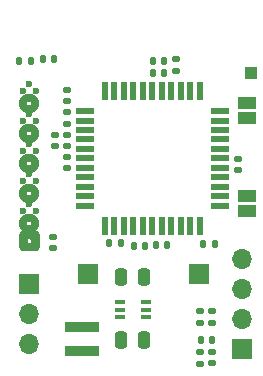
<source format=gbr>
%TF.GenerationSoftware,KiCad,Pcbnew,8.0.5-8.0.5-0~ubuntu22.04.1*%
%TF.CreationDate,2024-09-29T10:20:33+02:00*%
%TF.ProjectId,HB_Stamp_ATMega1284P_FUEL4EP,48425f53-7461-46d7-905f-41544d656761,1.5*%
%TF.SameCoordinates,Original*%
%TF.FileFunction,Soldermask,Top*%
%TF.FilePolarity,Negative*%
%FSLAX46Y46*%
G04 Gerber Fmt 4.6, Leading zero omitted, Abs format (unit mm)*
G04 Created by KiCad (PCBNEW 8.0.5-8.0.5-0~ubuntu22.04.1) date 2024-09-29 10:20:33*
%MOMM*%
%LPD*%
G01*
G04 APERTURE LIST*
G04 Aperture macros list*
%AMRoundRect*
0 Rectangle with rounded corners*
0 $1 Rounding radius*
0 $2 $3 $4 $5 $6 $7 $8 $9 X,Y pos of 4 corners*
0 Add a 4 corners polygon primitive as box body*
4,1,4,$2,$3,$4,$5,$6,$7,$8,$9,$2,$3,0*
0 Add four circle primitives for the rounded corners*
1,1,$1+$1,$2,$3*
1,1,$1+$1,$4,$5*
1,1,$1+$1,$6,$7*
1,1,$1+$1,$8,$9*
0 Add four rect primitives between the rounded corners*
20,1,$1+$1,$2,$3,$4,$5,0*
20,1,$1+$1,$4,$5,$6,$7,0*
20,1,$1+$1,$6,$7,$8,$9,0*
20,1,$1+$1,$8,$9,$2,$3,0*%
%AMFreePoly0*
4,1,48,0.039158,0.847433,0.114805,0.827164,0.182628,0.788006,0.238006,0.732628,0.277164,0.664805,0.297433,0.589158,0.300000,0.550000,0.300000,-0.550000,0.297433,-0.589158,0.277164,-0.664805,0.238006,-0.732628,0.182628,-0.788006,0.114805,-0.827164,0.039158,-0.847433,0.000000,-0.850000,-1.100000,-0.850000,-1.139158,-0.847433,-1.214805,-0.827164,-1.282628,-0.788006,-1.338006,-0.732628,
-1.377164,-0.664805,-1.397433,-0.589158,-1.400000,-0.550000,-1.400000,0.000000,-0.705291,0.000000,-0.684486,-0.077646,-0.627646,-0.134486,-0.550000,-0.155291,-0.472354,-0.134486,-0.415514,-0.077646,-0.394709,0.000000,-0.415514,0.077645,-0.472354,0.134486,-0.550000,0.155291,-0.627645,0.134486,-0.684486,0.077645,-0.705291,0.000000,-1.400000,0.000000,-1.400000,0.550000,-1.397433,0.589158,
-1.377164,0.664805,-1.338006,0.732628,-1.282628,0.788006,-1.214805,0.827164,-1.139158,0.847433,-1.100000,0.850000,0.000000,0.850000,0.039158,0.847433,0.039158,0.847433,$1*%
%AMFreePoly1*
4,1,49,0.052363,0.295344,0.088849,0.295344,0.262664,0.258398,0.425000,0.186122,0.568761,0.081673,0.687664,-0.050383,0.776514,-0.204274,0.831425,-0.373275,0.850000,-0.550000,0.831425,-0.726725,0.776514,-0.895726,0.687664,-1.049617,0.568761,-1.181673,0.425000,-1.286122,0.262664,-1.358398,0.088849,-1.395344,-0.088849,-1.395344,-0.262664,-1.358398,-0.425000,-1.286122,-0.568761,-1.181673,
-0.687664,-1.049617,-0.776514,-0.895726,-0.831425,-0.726725,-0.850000,-0.550000,-0.155291,-0.550000,-0.134486,-0.627646,-0.077646,-0.684486,0.000000,-0.705291,0.077646,-0.684486,0.134486,-0.627646,0.155291,-0.550000,0.134486,-0.472355,0.077646,-0.415514,0.000000,-0.394709,-0.077645,-0.415514,-0.134486,-0.472355,-0.155291,-0.550000,-0.850000,-0.550000,-0.831425,-0.373275,-0.776514,-0.204274,
-0.687664,-0.050383,-0.568761,0.081673,-0.425000,0.186122,-0.262664,0.258398,-0.088849,0.295344,-0.052363,0.295344,-0.052094,0.295442,0.052094,0.295442,0.052363,0.295344,0.052363,0.295344,$1*%
G04 Aperture macros list end*
%ADD10RoundRect,0.147500X-0.172500X0.147500X-0.172500X-0.147500X0.172500X-0.147500X0.172500X0.147500X0*%
%ADD11RoundRect,0.140000X0.170000X-0.140000X0.170000X0.140000X-0.170000X0.140000X-0.170000X-0.140000X0*%
%ADD12RoundRect,0.135000X0.185000X-0.135000X0.185000X0.135000X-0.185000X0.135000X-0.185000X-0.135000X0*%
%ADD13RoundRect,0.140000X-0.140000X-0.170000X0.140000X-0.170000X0.140000X0.170000X-0.140000X0.170000X0*%
%ADD14RoundRect,0.135000X-0.135000X-0.185000X0.135000X-0.185000X0.135000X0.185000X-0.135000X0.185000X0*%
%ADD15RoundRect,0.250000X-0.250000X-0.475000X0.250000X-0.475000X0.250000X0.475000X-0.250000X0.475000X0*%
%ADD16RoundRect,0.140000X0.140000X0.170000X-0.140000X0.170000X-0.140000X-0.170000X0.140000X-0.170000X0*%
%ADD17R,3.000000X0.900000*%
%ADD18RoundRect,0.100000X0.350000X0.100000X-0.350000X0.100000X-0.350000X-0.100000X0.350000X-0.100000X0*%
%ADD19R,0.550000X1.500000*%
%ADD20R,1.500000X0.550000*%
%ADD21R,1.700000X1.700000*%
%ADD22O,1.700000X1.700000*%
%ADD23RoundRect,0.140000X-0.170000X0.140000X-0.170000X-0.140000X0.170000X-0.140000X0.170000X0.140000X0*%
%ADD24C,0.600000*%
%ADD25FreePoly0,180.000000*%
%ADD26FreePoly1,180.000000*%
%ADD27R,1.000000X1.000000*%
%ADD28R,1.500000X1.000000*%
%ADD29RoundRect,0.135000X0.135000X0.185000X-0.135000X0.185000X-0.135000X-0.185000X0.135000X-0.185000X0*%
%ADD30RoundRect,0.147500X0.172500X-0.147500X0.172500X0.147500X-0.172500X0.147500X-0.172500X-0.147500X0*%
%ADD31RoundRect,0.147500X0.147500X0.172500X-0.147500X0.172500X-0.147500X-0.172500X0.147500X-0.172500X0*%
G04 APERTURE END LIST*
D10*
%TO.C,D1*%
X4953000Y23980000D03*
X4953000Y23010000D03*
%TD*%
D11*
%TO.C,C1*%
X3810000Y10569000D03*
X3810000Y11529000D03*
%TD*%
D12*
%TO.C,R4*%
X4951000Y21080000D03*
X4951000Y22100000D03*
%TD*%
%TO.C,R1*%
X14224000Y25525000D03*
X14224000Y26545000D03*
%TD*%
D13*
%TO.C,C2*%
X12506000Y10829000D03*
X13466000Y10829000D03*
%TD*%
D11*
%TO.C,C4*%
X19429000Y17173000D03*
X19429000Y18133000D03*
%TD*%
D13*
%TO.C,C6*%
X12220000Y25400000D03*
X13180000Y25400000D03*
%TD*%
%TO.C,C8*%
X10601000Y10702000D03*
X11561000Y10702000D03*
%TD*%
D14*
%TO.C,R2*%
X8539000Y10956000D03*
X9559000Y10956000D03*
%TD*%
D12*
%TO.C,R6*%
X16256000Y4189000D03*
X16256000Y5209000D03*
%TD*%
D15*
%TO.C,C5*%
X9575000Y2810000D03*
X11475000Y2810000D03*
%TD*%
D11*
%TO.C,C11*%
X4953000Y19205000D03*
X4953000Y20165000D03*
%TD*%
%TO.C,C12*%
X3937000Y19205000D03*
X3937000Y20165000D03*
%TD*%
D16*
%TO.C,C13*%
X3909000Y26543000D03*
X2949000Y26543000D03*
%TD*%
D17*
%TO.C,L1*%
X6207000Y1821000D03*
X6207000Y3921000D03*
%TD*%
D18*
%TO.C,U2*%
X11625000Y4700000D03*
X11625000Y5350000D03*
X11625000Y6000000D03*
X9425000Y6000000D03*
X9425000Y5350000D03*
X9425000Y4700000D03*
%TD*%
D15*
%TO.C,C9*%
X9575000Y8144000D03*
X11475000Y8144000D03*
%TD*%
D19*
%TO.C,U1*%
X16190000Y23861000D03*
X15390000Y23861000D03*
X14590000Y23861000D03*
X13790000Y23861000D03*
X12990000Y23861000D03*
X12190000Y23861000D03*
X11390000Y23861000D03*
X10590000Y23861000D03*
X9790000Y23861000D03*
X8990000Y23861000D03*
X8190000Y23861000D03*
D20*
X6490000Y22161000D03*
X6490000Y21361000D03*
X6490000Y20561000D03*
X6490000Y19761000D03*
X6490000Y18961000D03*
X6490000Y18161000D03*
X6490000Y17361000D03*
X6490000Y16561000D03*
X6490000Y15761000D03*
X6490000Y14961000D03*
X6490000Y14161000D03*
D19*
X8190000Y12461000D03*
X8990000Y12461000D03*
X9790000Y12461000D03*
X10590000Y12461000D03*
X11390000Y12461000D03*
X12190000Y12461000D03*
X12990000Y12461000D03*
X13790000Y12461000D03*
X14590000Y12461000D03*
X15390000Y12461000D03*
X16190000Y12461000D03*
D20*
X17890000Y14161000D03*
X17890000Y14961000D03*
X17890000Y15761000D03*
X17890000Y16561000D03*
X17890000Y17361000D03*
X17890000Y18161000D03*
X17890000Y18961000D03*
X17890000Y19761000D03*
X17890000Y20561000D03*
X17890000Y21361000D03*
X17890000Y22161000D03*
%TD*%
D16*
%TO.C,C3*%
X13180000Y26416000D03*
X12220000Y26416000D03*
%TD*%
D21*
%TO.C,J1*%
X1778000Y7493000D03*
D22*
X1778000Y4953000D03*
X1778000Y2413000D03*
%TD*%
D21*
%TO.C,J7*%
X6731000Y8382000D03*
%TD*%
D23*
%TO.C,C14*%
X17272000Y1750000D03*
X17272000Y790000D03*
%TD*%
D24*
%TO.C,J2*%
X2328000Y11176000D03*
X1778000Y10626000D03*
X1778000Y11726000D03*
D25*
X1228000Y11176000D03*
D24*
X2328000Y13716000D03*
D26*
X1778000Y13166000D03*
D24*
X1778000Y14266000D03*
X1228000Y13716000D03*
X2328000Y16256000D03*
D26*
X1778000Y15706000D03*
D24*
X1778000Y16806000D03*
X1228000Y16256000D03*
X2328000Y18796000D03*
D26*
X1778000Y18246000D03*
D24*
X1778000Y19346000D03*
X1228000Y18796000D03*
X2328000Y21336000D03*
D26*
X1778000Y20786000D03*
D24*
X1778000Y21886000D03*
X1228000Y21336000D03*
X2328000Y23876000D03*
D26*
X1778000Y23326000D03*
D24*
X1778000Y24426000D03*
X1228000Y23876000D03*
%TD*%
D21*
%TO.C,J4*%
X19812000Y2032000D03*
D22*
X19812000Y4572000D03*
X19812000Y7112000D03*
X19812000Y9652000D03*
%TD*%
D23*
%TO.C,C7*%
X4985000Y18294000D03*
X4985000Y17334000D03*
%TD*%
D27*
%TO.C,J6*%
X20574000Y25400000D03*
%TD*%
D28*
%TO.C,JP2*%
X20193000Y13701000D03*
X20193000Y15001000D03*
%TD*%
%TO.C,JP1*%
X20193000Y21575000D03*
X20193000Y22875000D03*
%TD*%
D21*
%TO.C,J5*%
X16129000Y8382000D03*
%TD*%
D29*
%TO.C,R3*%
X17528000Y10922000D03*
X16508000Y10922000D03*
%TD*%
D30*
%TO.C,FB1*%
X16256000Y785000D03*
X16256000Y1755000D03*
%TD*%
D12*
%TO.C,R5*%
X17272000Y4189000D03*
X17272000Y5209000D03*
%TD*%
D31*
%TO.C,L2*%
X1882000Y26416000D03*
X912000Y26416000D03*
%TD*%
D13*
%TO.C,C10*%
X16284000Y2794000D03*
X17244000Y2794000D03*
%TD*%
M02*

</source>
